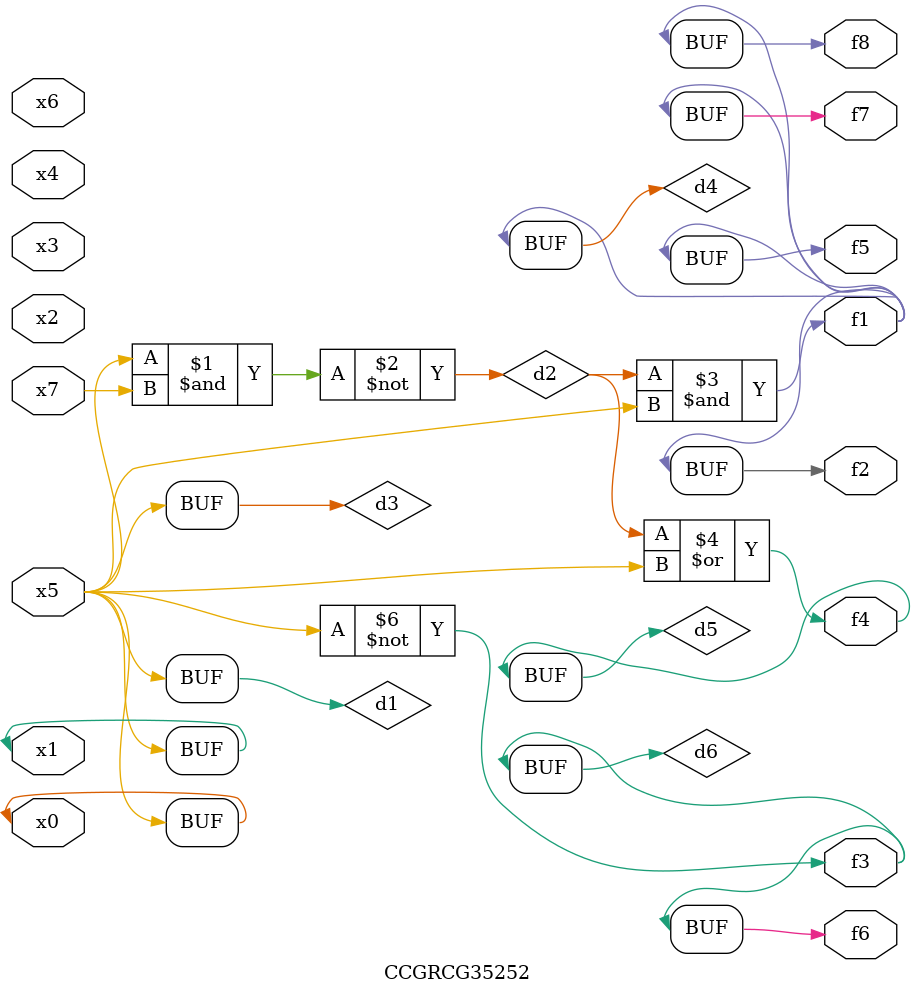
<source format=v>
module CCGRCG35252(
	input x0, x1, x2, x3, x4, x5, x6, x7,
	output f1, f2, f3, f4, f5, f6, f7, f8
);

	wire d1, d2, d3, d4, d5, d6;

	buf (d1, x0, x5);
	nand (d2, x5, x7);
	buf (d3, x0, x1);
	and (d4, d2, d3);
	or (d5, d2, d3);
	nor (d6, d1, d3);
	assign f1 = d4;
	assign f2 = d4;
	assign f3 = d6;
	assign f4 = d5;
	assign f5 = d4;
	assign f6 = d6;
	assign f7 = d4;
	assign f8 = d4;
endmodule

</source>
